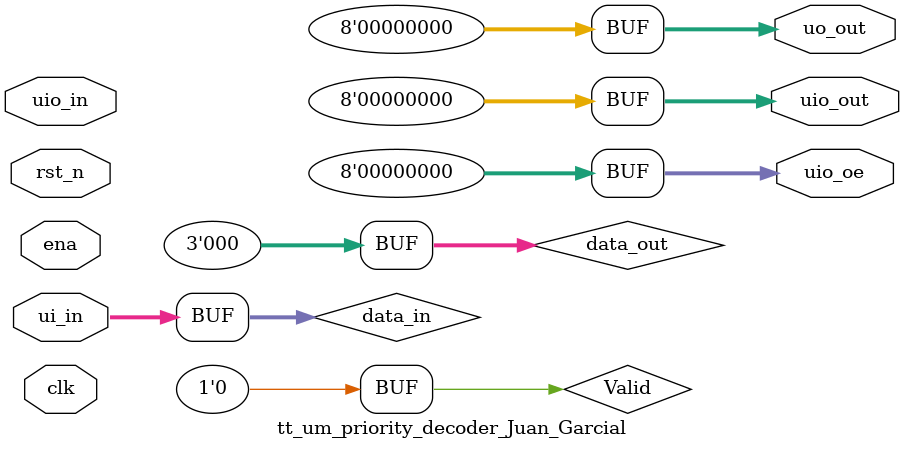
<source format=v>


module tt_um_priority_decoder_Juan_Garcial(
    input  wire [7:0] ui_in,    // Dedicated inputs - connected to the input switches
	    output wire [7:0] uo_out,   // Dedicated outputs - connected to the 7 segment display
	    input  wire [7:0] uio_in,   // IOs: Bidirectional Input path
	    output wire [7:0] uio_out,  // IOs: Bidirectional Output path
	    output wire [7:0] uio_oe,   // IOs: Bidirectional Enable path (active high: 0=input, 1=output)
	    input  wire       ena,      // will go high when the design is enabled
	    input  wire       clk,      // clock
	    input  wire       rst_n     // reset_n - low to reset 
);

	

 assign data_in = ui_in;
 assign uo_out[2:0] = data_out;
 assign uo_out[3] = Valid;
 assign uo_out[7:4] = 0;
 assign uio_oe = 0;
 assign uo_out = 0;
 assign uio_out = 0;
 
wire [7:0] data_in;
reg [2:0] data_out;
reg Valid;

    always @(*)
    begin
        case (data_in)
            8'b00000001: data_out = 0; // 0
            8'b00000010: data_out = 1; // 1
            8'b00000100: data_out = 2; // 2
            8'b00001000: data_out = 3; // 3
            8'b00010000: data_out = 4; // 4
            8'b00100000: data_out = 5; // 5
            8'b01000000: data_out = 6; // 6
            8'b10000000: data_out = 7; // 7
            default: data_out = 0; // Display nothing or error
        endcase
        
	    if(data_out == 1 || data_out == 2 || data_out == 4 || data_out == 8 || data_out == 16 || data_out == 32 || data_out == 64 || data_out == 128) Valid = 1;
        else Valid = 0;
    end

endmodule

</source>
